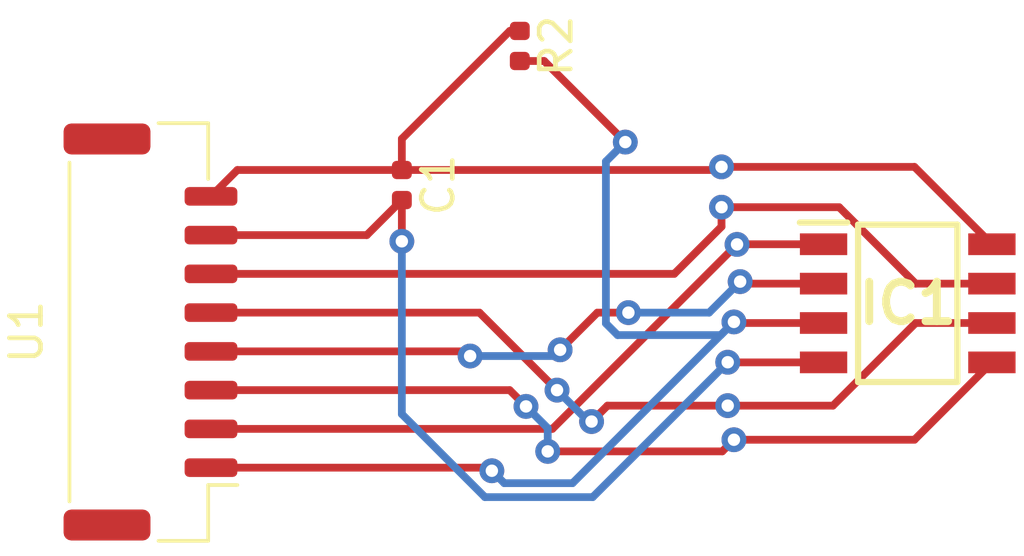
<source format=kicad_pcb>
(kicad_pcb (version 20171130) (host pcbnew 5.1.6-c6e7f7d~87~ubuntu18.04.1)

  (general
    (thickness 1.6)
    (drawings 0)
    (tracks 87)
    (zones 0)
    (modules 4)
    (nets 9)
  )

  (page A4)
  (layers
    (0 F.Cu signal)
    (31 B.Cu signal)
    (32 B.Adhes user)
    (33 F.Adhes user)
    (34 B.Paste user)
    (35 F.Paste user)
    (36 B.SilkS user)
    (37 F.SilkS user)
    (38 B.Mask user)
    (39 F.Mask user)
    (40 Dwgs.User user)
    (41 Cmts.User user)
    (42 Eco1.User user)
    (43 Eco2.User user)
    (44 Edge.Cuts user)
    (45 Margin user)
    (46 B.CrtYd user)
    (47 F.CrtYd user)
    (48 B.Fab user)
    (49 F.Fab user)
  )

  (setup
    (last_trace_width 0.25)
    (trace_clearance 0.2)
    (zone_clearance 0.508)
    (zone_45_only no)
    (trace_min 0.2)
    (via_size 0.8)
    (via_drill 0.4)
    (via_min_size 0.4)
    (via_min_drill 0.3)
    (uvia_size 0.3)
    (uvia_drill 0.1)
    (uvias_allowed no)
    (uvia_min_size 0.2)
    (uvia_min_drill 0.1)
    (edge_width 0.05)
    (segment_width 0.2)
    (pcb_text_width 0.3)
    (pcb_text_size 1.5 1.5)
    (mod_edge_width 0.12)
    (mod_text_size 1 1)
    (mod_text_width 0.15)
    (pad_size 1.524 1.524)
    (pad_drill 0.762)
    (pad_to_mask_clearance 0.05)
    (aux_axis_origin 0 0)
    (visible_elements FFFFFF7F)
    (pcbplotparams
      (layerselection 0x010fc_ffffffff)
      (usegerberextensions false)
      (usegerberattributes true)
      (usegerberadvancedattributes true)
      (creategerberjobfile true)
      (excludeedgelayer true)
      (linewidth 0.100000)
      (plotframeref false)
      (viasonmask false)
      (mode 1)
      (useauxorigin false)
      (hpglpennumber 1)
      (hpglpenspeed 20)
      (hpglpendiameter 15.000000)
      (psnegative false)
      (psa4output false)
      (plotreference true)
      (plotvalue true)
      (plotinvisibletext false)
      (padsonsilk false)
      (subtractmaskfromsilk false)
      (outputformat 1)
      (mirror false)
      (drillshape 1)
      (scaleselection 1)
      (outputdirectory ""))
  )

  (net 0 "")
  (net 1 /WP)
  (net 2 GND)
  (net 3 /CS)
  (net 4 /MISO)
  (net 5 /MOSI)
  (net 6 /SCK)
  (net 7 /NC)
  (net 8 +3V3)

  (net_class Default "This is the default net class."
    (clearance 0.2)
    (trace_width 0.25)
    (via_dia 0.8)
    (via_drill 0.4)
    (uvia_dia 0.3)
    (uvia_drill 0.1)
    (add_net +3V3)
    (add_net /CS)
    (add_net /MISO)
    (add_net /MOSI)
    (add_net /NC)
    (add_net /SCK)
    (add_net /WP)
    (add_net GND)
  )

  (module MyfootprintLib:C_0402_1005Metric (layer F.Cu) (tedit 5B301BBE) (tstamp 5F6152D5)
    (at 166.6 68.585 270)
    (descr "Capacitor SMD 0402 (1005 Metric), square (rectangular) end terminal, IPC_7351 nominal, (Body size source: http://www.tortai-tech.com/upload/download/2011102023233369053.pdf), generated with kicad-footprint-generator")
    (tags capacitor)
    (path /5F3073FB)
    (attr smd)
    (fp_text reference C1 (at 0 -1.17 90) (layer F.SilkS)
      (effects (font (size 1 1) (thickness 0.15)))
    )
    (fp_text value 10uF (at 0 1.17 90) (layer F.Fab)
      (effects (font (size 1 1) (thickness 0.15)))
    )
    (fp_line (start 0.93 0.47) (end -0.93 0.47) (layer F.CrtYd) (width 0.05))
    (fp_line (start 0.93 -0.47) (end 0.93 0.47) (layer F.CrtYd) (width 0.05))
    (fp_line (start -0.93 -0.47) (end 0.93 -0.47) (layer F.CrtYd) (width 0.05))
    (fp_line (start -0.93 0.47) (end -0.93 -0.47) (layer F.CrtYd) (width 0.05))
    (fp_line (start 0.5 0.25) (end -0.5 0.25) (layer F.Fab) (width 0.1))
    (fp_line (start 0.5 -0.25) (end 0.5 0.25) (layer F.Fab) (width 0.1))
    (fp_line (start -0.5 -0.25) (end 0.5 -0.25) (layer F.Fab) (width 0.1))
    (fp_line (start -0.5 0.25) (end -0.5 -0.25) (layer F.Fab) (width 0.1))
    (fp_text user %R (at 0 0 90) (layer F.Fab)
      (effects (font (size 0.25 0.25) (thickness 0.04)))
    )
    (pad 1 smd roundrect (at -0.485 0 270) (size 0.59 0.64) (layers F.Cu F.Paste F.Mask) (roundrect_rratio 0.25)
      (net 8 +3V3))
    (pad 2 smd roundrect (at 0.485 0 270) (size 0.59 0.64) (layers F.Cu F.Paste F.Mask) (roundrect_rratio 0.25)
      (net 2 GND))
    (model ${KISYS3DMOD}/Capacitor_SMD.3dshapes/C_0402_1005Metric.wrl
      (at (xyz 0 0 0))
      (scale (xyz 1 1 1))
      (rotate (xyz 0 0 0))
    )
  )

  (module MyfootprintLib:SOIC127P600X175-8N (layer F.Cu) (tedit 0) (tstamp 5F6152F0)
    (at 182.9 72.4)
    (descr FPT-8P-M02)
    (tags "Integrated Circuit")
    (path /5F6D97D2)
    (attr smd)
    (fp_text reference IC1 (at 0 0) (layer F.SilkS)
      (effects (font (size 1.27 1.27) (thickness 0.254)))
    )
    (fp_text value MB85RS64VPNF-G-JNERE1-MySymLib (at 0 0) (layer F.SilkS) hide
      (effects (font (size 1.27 1.27) (thickness 0.254)))
    )
    (fp_line (start -3.475 -2.605) (end -1.95 -2.605) (layer F.SilkS) (width 0.2))
    (fp_line (start -1.6 2.538) (end -1.6 -2.538) (layer F.SilkS) (width 0.2))
    (fp_line (start 1.6 2.538) (end -1.6 2.538) (layer F.SilkS) (width 0.2))
    (fp_line (start 1.6 -2.538) (end 1.6 2.538) (layer F.SilkS) (width 0.2))
    (fp_line (start -1.6 -2.538) (end 1.6 -2.538) (layer F.SilkS) (width 0.2))
    (fp_line (start -1.95 -1.268) (end -0.68 -2.538) (layer F.Fab) (width 0.1))
    (fp_line (start -1.95 2.538) (end -1.95 -2.538) (layer F.Fab) (width 0.1))
    (fp_line (start 1.95 2.538) (end -1.95 2.538) (layer F.Fab) (width 0.1))
    (fp_line (start 1.95 -2.538) (end 1.95 2.538) (layer F.Fab) (width 0.1))
    (fp_line (start -1.95 -2.538) (end 1.95 -2.538) (layer F.Fab) (width 0.1))
    (fp_line (start -3.725 2.9) (end -3.725 -2.9) (layer F.CrtYd) (width 0.05))
    (fp_line (start 3.725 2.9) (end -3.725 2.9) (layer F.CrtYd) (width 0.05))
    (fp_line (start 3.725 -2.9) (end 3.725 2.9) (layer F.CrtYd) (width 0.05))
    (fp_line (start -3.725 -2.9) (end 3.725 -2.9) (layer F.CrtYd) (width 0.05))
    (fp_text user %R (at 0 0) (layer F.Fab)
      (effects (font (size 1.27 1.27) (thickness 0.254)))
    )
    (pad 1 smd rect (at -2.712 -1.905 90) (size 0.7 1.525) (layers F.Cu F.Paste F.Mask)
      (net 3 /CS))
    (pad 2 smd rect (at -2.712 -0.635 90) (size 0.7 1.525) (layers F.Cu F.Paste F.Mask)
      (net 4 /MISO))
    (pad 3 smd rect (at -2.712 0.635 90) (size 0.7 1.525) (layers F.Cu F.Paste F.Mask)
      (net 1 /WP))
    (pad 4 smd rect (at -2.712 1.905 90) (size 0.7 1.525) (layers F.Cu F.Paste F.Mask)
      (net 2 GND))
    (pad 5 smd rect (at 2.712 1.905 90) (size 0.7 1.525) (layers F.Cu F.Paste F.Mask)
      (net 5 /MOSI))
    (pad 6 smd rect (at 2.712 0.635 90) (size 0.7 1.525) (layers F.Cu F.Paste F.Mask)
      (net 6 /SCK))
    (pad 7 smd rect (at 2.712 -0.635 90) (size 0.7 1.525) (layers F.Cu F.Paste F.Mask)
      (net 7 /NC))
    (pad 8 smd rect (at 2.712 -1.905 90) (size 0.7 1.525) (layers F.Cu F.Paste F.Mask)
      (net 8 +3V3))
    (model MB85RS64VPNF-G-JNERE1.stp
      (at (xyz 0 0 0))
      (scale (xyz 1 1 1))
      (rotate (xyz 0 0 0))
    )
  )

  (module MyfootprintLib:R_0402_1005Metric (layer F.Cu) (tedit 5B301BBD) (tstamp 5F6152FF)
    (at 170.4 64.1 270)
    (descr "Resistor SMD 0402 (1005 Metric), square (rectangular) end terminal, IPC_7351 nominal, (Body size source: http://www.tortai-tech.com/upload/download/2011102023233369053.pdf), generated with kicad-footprint-generator")
    (tags resistor)
    (path /5F259EFF)
    (attr smd)
    (fp_text reference R2 (at 0 -1.17 90) (layer F.SilkS)
      (effects (font (size 1 1) (thickness 0.15)))
    )
    (fp_text value 10k (at 0 1.17 90) (layer F.Fab)
      (effects (font (size 1 1) (thickness 0.15)))
    )
    (fp_line (start 0.93 0.47) (end -0.93 0.47) (layer F.CrtYd) (width 0.05))
    (fp_line (start 0.93 -0.47) (end 0.93 0.47) (layer F.CrtYd) (width 0.05))
    (fp_line (start -0.93 -0.47) (end 0.93 -0.47) (layer F.CrtYd) (width 0.05))
    (fp_line (start -0.93 0.47) (end -0.93 -0.47) (layer F.CrtYd) (width 0.05))
    (fp_line (start 0.5 0.25) (end -0.5 0.25) (layer F.Fab) (width 0.1))
    (fp_line (start 0.5 -0.25) (end 0.5 0.25) (layer F.Fab) (width 0.1))
    (fp_line (start -0.5 -0.25) (end 0.5 -0.25) (layer F.Fab) (width 0.1))
    (fp_line (start -0.5 0.25) (end -0.5 -0.25) (layer F.Fab) (width 0.1))
    (fp_text user %R (at 0 0 90) (layer F.Fab)
      (effects (font (size 0.25 0.25) (thickness 0.04)))
    )
    (pad 1 smd roundrect (at -0.485 0 270) (size 0.59 0.64) (layers F.Cu F.Paste F.Mask) (roundrect_rratio 0.25)
      (net 8 +3V3))
    (pad 2 smd roundrect (at 0.485 0 270) (size 0.59 0.64) (layers F.Cu F.Paste F.Mask) (roundrect_rratio 0.25)
      (net 1 /WP))
    (model ${KISYS3DMOD}/Resistor_SMD.3dshapes/R_0402_1005Metric.wrl
      (at (xyz 0 0 0))
      (scale (xyz 1 1 1))
      (rotate (xyz 0 0 0))
    )
  )

  (module MyfootprintLib:JST_GH_BM08B-GHS-TBT_1x08-1MP_P1.25mm_Vertical (layer F.Cu) (tedit 5B78AD87) (tstamp 5F61533E)
    (at 158.5 73.325001 90)
    (descr "JST GH series connector, BM08B-GHS-TBT (http://www.jst-mfg.com/product/pdf/eng/eGH.pdf), generated with kicad-footprint-generator")
    (tags "connector JST GH side entry")
    (path /5F6C8C8B)
    (attr smd)
    (fp_text reference U1 (at 0 -4 90) (layer F.SilkS)
      (effects (font (size 1 1) (thickness 0.15)))
    )
    (fp_text value Conn-1x8 (at 0 4 90) (layer F.Fab)
      (effects (font (size 1 1) (thickness 0.15)))
    )
    (fp_line (start -4.375 1.042893) (end -3.875 1.75) (layer F.Fab) (width 0.1))
    (fp_line (start -4.875 1.75) (end -4.375 1.042893) (layer F.Fab) (width 0.1))
    (fp_line (start 7.22 -3.3) (end -7.22 -3.3) (layer F.CrtYd) (width 0.05))
    (fp_line (start 7.22 3.3) (end 7.22 -3.3) (layer F.CrtYd) (width 0.05))
    (fp_line (start -7.22 3.3) (end 7.22 3.3) (layer F.CrtYd) (width 0.05))
    (fp_line (start -7.22 -3.3) (end -7.22 3.3) (layer F.CrtYd) (width 0.05))
    (fp_line (start 4.625 -0.5) (end 4.125 -0.5) (layer F.Fab) (width 0.1))
    (fp_line (start 4.625 0) (end 4.625 -0.5) (layer F.Fab) (width 0.1))
    (fp_line (start 4.125 0) (end 4.625 0) (layer F.Fab) (width 0.1))
    (fp_line (start 4.125 -0.5) (end 4.125 0) (layer F.Fab) (width 0.1))
    (fp_line (start 3.375 -0.5) (end 2.875 -0.5) (layer F.Fab) (width 0.1))
    (fp_line (start 3.375 0) (end 3.375 -0.5) (layer F.Fab) (width 0.1))
    (fp_line (start 2.875 0) (end 3.375 0) (layer F.Fab) (width 0.1))
    (fp_line (start 2.875 -0.5) (end 2.875 0) (layer F.Fab) (width 0.1))
    (fp_line (start 2.125 -0.5) (end 1.625 -0.5) (layer F.Fab) (width 0.1))
    (fp_line (start 2.125 0) (end 2.125 -0.5) (layer F.Fab) (width 0.1))
    (fp_line (start 1.625 0) (end 2.125 0) (layer F.Fab) (width 0.1))
    (fp_line (start 1.625 -0.5) (end 1.625 0) (layer F.Fab) (width 0.1))
    (fp_line (start 0.875 -0.5) (end 0.375 -0.5) (layer F.Fab) (width 0.1))
    (fp_line (start 0.875 0) (end 0.875 -0.5) (layer F.Fab) (width 0.1))
    (fp_line (start 0.375 0) (end 0.875 0) (layer F.Fab) (width 0.1))
    (fp_line (start 0.375 -0.5) (end 0.375 0) (layer F.Fab) (width 0.1))
    (fp_line (start -0.375 -0.5) (end -0.875 -0.5) (layer F.Fab) (width 0.1))
    (fp_line (start -0.375 0) (end -0.375 -0.5) (layer F.Fab) (width 0.1))
    (fp_line (start -0.875 0) (end -0.375 0) (layer F.Fab) (width 0.1))
    (fp_line (start -0.875 -0.5) (end -0.875 0) (layer F.Fab) (width 0.1))
    (fp_line (start -1.625 -0.5) (end -2.125 -0.5) (layer F.Fab) (width 0.1))
    (fp_line (start -1.625 0) (end -1.625 -0.5) (layer F.Fab) (width 0.1))
    (fp_line (start -2.125 0) (end -1.625 0) (layer F.Fab) (width 0.1))
    (fp_line (start -2.125 -0.5) (end -2.125 0) (layer F.Fab) (width 0.1))
    (fp_line (start -2.875 -0.5) (end -3.375 -0.5) (layer F.Fab) (width 0.1))
    (fp_line (start -2.875 0) (end -2.875 -0.5) (layer F.Fab) (width 0.1))
    (fp_line (start -3.375 0) (end -2.875 0) (layer F.Fab) (width 0.1))
    (fp_line (start -3.375 -0.5) (end -3.375 0) (layer F.Fab) (width 0.1))
    (fp_line (start -4.125 -0.5) (end -4.625 -0.5) (layer F.Fab) (width 0.1))
    (fp_line (start -4.125 0) (end -4.125 -0.5) (layer F.Fab) (width 0.1))
    (fp_line (start -4.625 0) (end -4.125 0) (layer F.Fab) (width 0.1))
    (fp_line (start -4.625 -0.5) (end -4.625 0) (layer F.Fab) (width 0.1))
    (fp_line (start 6.625 1.75) (end 6.625 -2.5) (layer F.Fab) (width 0.1))
    (fp_line (start -6.625 1.75) (end -6.625 -2.5) (layer F.Fab) (width 0.1))
    (fp_line (start -6.625 -2.5) (end 6.625 -2.5) (layer F.Fab) (width 0.1))
    (fp_line (start -5.465 -2.61) (end 5.465 -2.61) (layer F.SilkS) (width 0.12))
    (fp_line (start 6.735 1.86) (end 4.935 1.86) (layer F.SilkS) (width 0.12))
    (fp_line (start 6.735 0.26) (end 6.735 1.86) (layer F.SilkS) (width 0.12))
    (fp_line (start -4.935 1.86) (end -4.935 2.8) (layer F.SilkS) (width 0.12))
    (fp_line (start -6.735 1.86) (end -4.935 1.86) (layer F.SilkS) (width 0.12))
    (fp_line (start -6.735 0.26) (end -6.735 1.86) (layer F.SilkS) (width 0.12))
    (fp_line (start -6.625 1.75) (end 6.625 1.75) (layer F.Fab) (width 0.1))
    (fp_text user %R (at 0 -1.5 90) (layer F.Fab)
      (effects (font (size 1 1) (thickness 0.15)))
    )
    (pad 1 smd roundrect (at -4.375 1.95 90) (size 0.6 1.7) (layers F.Cu F.Paste F.Mask) (roundrect_rratio 0.25)
      (net 1 /WP))
    (pad 2 smd roundrect (at -3.125 1.95 90) (size 0.6 1.7) (layers F.Cu F.Paste F.Mask) (roundrect_rratio 0.25)
      (net 3 /CS))
    (pad 3 smd roundrect (at -1.875 1.95 90) (size 0.6 1.7) (layers F.Cu F.Paste F.Mask) (roundrect_rratio 0.25)
      (net 5 /MOSI))
    (pad 4 smd roundrect (at -0.625 1.95 90) (size 0.6 1.7) (layers F.Cu F.Paste F.Mask) (roundrect_rratio 0.25)
      (net 4 /MISO))
    (pad 5 smd roundrect (at 0.625 1.95 90) (size 0.6 1.7) (layers F.Cu F.Paste F.Mask) (roundrect_rratio 0.25)
      (net 6 /SCK))
    (pad 6 smd roundrect (at 1.875 1.95 90) (size 0.6 1.7) (layers F.Cu F.Paste F.Mask) (roundrect_rratio 0.25)
      (net 7 /NC))
    (pad 7 smd roundrect (at 3.125 1.95 90) (size 0.6 1.7) (layers F.Cu F.Paste F.Mask) (roundrect_rratio 0.25)
      (net 2 GND))
    (pad 8 smd roundrect (at 4.375 1.95 90) (size 0.6 1.7) (layers F.Cu F.Paste F.Mask) (roundrect_rratio 0.25)
      (net 8 +3V3))
    (pad MP smd roundrect (at -6.225 -1.4 90) (size 1 2.8) (layers F.Cu F.Paste F.Mask) (roundrect_rratio 0.25))
    (pad MP smd roundrect (at 6.225 -1.4 90) (size 1 2.8) (layers F.Cu F.Paste F.Mask) (roundrect_rratio 0.25))
    (model ${KISYS3DMOD}/Connector_JST.3dshapes/JST_GH_BM08B-GHS-TBT_1x08-1MP_P1.25mm_Vertical.wrl
      (at (xyz 0 0 0))
      (scale (xyz 1 1 1))
      (rotate (xyz 0 0 0))
    )
  )

  (via (at 177.3 73) (size 0.8) (drill 0.4) (layers F.Cu B.Cu) (net 1))
  (segment (start 180.188 73.035) (end 177.335 73.035) (width 0.25) (layer F.Cu) (net 1))
  (segment (start 177.335 73.035) (end 177.3 73) (width 0.25) (layer F.Cu) (net 1))
  (via (at 169.5 77.8) (size 0.8) (drill 0.4) (layers F.Cu B.Cu) (net 1))
  (segment (start 160.45 77.700001) (end 169.400001 77.700001) (width 0.25) (layer F.Cu) (net 1))
  (segment (start 169.400001 77.700001) (end 169.5 77.8) (width 0.25) (layer F.Cu) (net 1))
  (segment (start 172.100001 78.199999) (end 177.3 73) (width 0.25) (layer B.Cu) (net 1))
  (segment (start 169.899999 78.199999) (end 172.100001 78.199999) (width 0.25) (layer B.Cu) (net 1))
  (segment (start 169.5 77.8) (end 169.899999 78.199999) (width 0.25) (layer B.Cu) (net 1))
  (via (at 173.8 67.2) (size 0.8) (drill 0.4) (layers F.Cu B.Cu) (net 1))
  (segment (start 170.4 64.585) (end 171.185 64.585) (width 0.25) (layer F.Cu) (net 1))
  (segment (start 171.185 64.585) (end 173.8 67.2) (width 0.25) (layer F.Cu) (net 1))
  (segment (start 173.174999 73.048001) (end 173.551999 73.425001) (width 0.25) (layer B.Cu) (net 1))
  (segment (start 176.874999 73.425001) (end 177.3 73) (width 0.25) (layer B.Cu) (net 1))
  (segment (start 173.551999 73.425001) (end 176.874999 73.425001) (width 0.25) (layer B.Cu) (net 1))
  (segment (start 173.174999 67.825001) (end 173.174999 73.048001) (width 0.25) (layer B.Cu) (net 1))
  (segment (start 173.8 67.2) (end 173.174999 67.825001) (width 0.25) (layer B.Cu) (net 1))
  (segment (start 180.188 74.305) (end 177.105 74.305) (width 0.25) (layer F.Cu) (net 2))
  (via (at 177.1 74.3) (size 0.8) (drill 0.4) (layers F.Cu B.Cu) (net 2))
  (segment (start 177.105 74.305) (end 177.1 74.3) (width 0.25) (layer F.Cu) (net 2))
  (segment (start 165.469999 70.200001) (end 166.6 69.07) (width 0.25) (layer F.Cu) (net 2))
  (segment (start 160.45 70.200001) (end 165.469999 70.200001) (width 0.25) (layer F.Cu) (net 2))
  (via (at 166.6 70.4) (size 0.8) (drill 0.4) (layers F.Cu B.Cu) (net 2))
  (segment (start 166.6 69.07) (end 166.6 70.4) (width 0.25) (layer F.Cu) (net 2))
  (segment (start 172.749991 78.650009) (end 177.1 74.3) (width 0.25) (layer B.Cu) (net 2))
  (segment (start 169.277007 78.650009) (end 172.749991 78.650009) (width 0.25) (layer B.Cu) (net 2))
  (segment (start 166.6 75.973002) (end 169.277007 78.650009) (width 0.25) (layer B.Cu) (net 2))
  (segment (start 166.6 70.4) (end 166.6 75.973002) (width 0.25) (layer B.Cu) (net 2))
  (via (at 177.4 70.5) (size 0.8) (drill 0.4) (layers F.Cu B.Cu) (net 3))
  (segment (start 180.188 70.495) (end 177.405 70.495) (width 0.25) (layer F.Cu) (net 3))
  (segment (start 177.405 70.495) (end 177.4 70.5) (width 0.25) (layer F.Cu) (net 3))
  (segment (start 171.449999 76.450001) (end 160.45 76.450001) (width 0.25) (layer F.Cu) (net 3))
  (segment (start 177.4 70.5) (end 171.449999 76.450001) (width 0.25) (layer F.Cu) (net 3))
  (via (at 177.5 71.7) (size 0.8) (drill 0.4) (layers F.Cu B.Cu) (net 4))
  (segment (start 180.188 71.765) (end 177.565 71.765) (width 0.25) (layer F.Cu) (net 4))
  (segment (start 177.565 71.765) (end 177.5 71.7) (width 0.25) (layer F.Cu) (net 4))
  (via (at 168.8 74.1) (size 0.8) (drill 0.4) (layers F.Cu B.Cu) (net 4))
  (segment (start 160.45 73.950001) (end 168.650001 73.950001) (width 0.25) (layer F.Cu) (net 4))
  (segment (start 168.650001 73.950001) (end 168.8 74.1) (width 0.25) (layer F.Cu) (net 4))
  (segment (start 168.8 74.1) (end 171.5 74.1) (width 0.25) (layer B.Cu) (net 4))
  (via (at 171.7 73.9) (size 0.8) (drill 0.4) (layers F.Cu B.Cu) (net 4))
  (segment (start 171.5 74.1) (end 171.7 73.9) (width 0.25) (layer B.Cu) (net 4))
  (via (at 173.9 72.7) (size 0.8) (drill 0.4) (layers F.Cu B.Cu) (net 4))
  (segment (start 171.7 73.9) (end 172.9 72.7) (width 0.25) (layer F.Cu) (net 4))
  (segment (start 172.9 72.7) (end 173.9 72.7) (width 0.25) (layer F.Cu) (net 4))
  (segment (start 176.5 72.7) (end 177.5 71.7) (width 0.25) (layer B.Cu) (net 4))
  (segment (start 173.9 72.7) (end 176.5 72.7) (width 0.25) (layer B.Cu) (net 4))
  (via (at 177.3 76.8) (size 0.8) (drill 0.4) (layers F.Cu B.Cu) (net 5))
  (segment (start 185.612 74.305) (end 183.117 76.8) (width 0.25) (layer F.Cu) (net 5))
  (segment (start 183.117 76.8) (end 177.3 76.8) (width 0.25) (layer F.Cu) (net 5))
  (via (at 171.3 77.175001) (size 0.8) (drill 0.4) (layers F.Cu B.Cu) (net 5))
  (segment (start 177.3 76.8) (end 176.924999 77.175001) (width 0.25) (layer F.Cu) (net 5))
  (segment (start 176.924999 77.175001) (end 171.3 77.175001) (width 0.25) (layer F.Cu) (net 5))
  (via (at 170.6 75.725001) (size 0.8) (drill 0.4) (layers F.Cu B.Cu) (net 5))
  (segment (start 171.3 77.175001) (end 171.3 76.425001) (width 0.25) (layer B.Cu) (net 5))
  (segment (start 171.3 76.425001) (end 170.6 75.725001) (width 0.25) (layer B.Cu) (net 5))
  (segment (start 170.075 75.200001) (end 160.45 75.200001) (width 0.25) (layer F.Cu) (net 5))
  (segment (start 170.6 75.725001) (end 170.075 75.200001) (width 0.25) (layer F.Cu) (net 5))
  (via (at 177.1 75.7) (size 0.8) (drill 0.4) (layers F.Cu B.Cu) (net 6))
  (segment (start 180.490502 75.7) (end 177.1 75.7) (width 0.25) (layer F.Cu) (net 6))
  (segment (start 185.612 73.035) (end 183.155502 73.035) (width 0.25) (layer F.Cu) (net 6))
  (segment (start 183.155502 73.035) (end 180.490502 75.7) (width 0.25) (layer F.Cu) (net 6))
  (via (at 172.712653 76.212653) (size 0.8) (drill 0.4) (layers F.Cu B.Cu) (net 6))
  (segment (start 177.1 75.7) (end 173.225306 75.7) (width 0.25) (layer F.Cu) (net 6))
  (segment (start 173.225306 75.7) (end 172.712653 76.212653) (width 0.25) (layer F.Cu) (net 6))
  (segment (start 172.712653 76.212653) (end 172.612653 76.212653) (width 0.25) (layer B.Cu) (net 6))
  (via (at 171.6 75.2) (size 0.8) (drill 0.4) (layers F.Cu B.Cu) (net 6))
  (segment (start 172.612653 76.212653) (end 171.6 75.2) (width 0.25) (layer B.Cu) (net 6))
  (segment (start 169.100001 72.700001) (end 160.45 72.700001) (width 0.25) (layer F.Cu) (net 6))
  (segment (start 171.6 75.2) (end 169.100001 72.700001) (width 0.25) (layer F.Cu) (net 6))
  (via (at 176.9 69.3) (size 0.8) (drill 0.4) (layers F.Cu B.Cu) (net 7))
  (segment (start 180.690502 69.3) (end 176.9 69.3) (width 0.25) (layer F.Cu) (net 7))
  (segment (start 185.612 71.765) (end 183.155502 71.765) (width 0.25) (layer F.Cu) (net 7))
  (segment (start 183.155502 71.765) (end 180.690502 69.3) (width 0.25) (layer F.Cu) (net 7))
  (segment (start 176.9 69.926998) (end 176.9 69.3) (width 0.25) (layer F.Cu) (net 7))
  (segment (start 175.376997 71.450001) (end 176.9 69.926998) (width 0.25) (layer F.Cu) (net 7))
  (segment (start 160.45 71.450001) (end 175.376997 71.450001) (width 0.25) (layer F.Cu) (net 7))
  (via (at 176.9 68) (size 0.8) (drill 0.4) (layers F.Cu B.Cu) (net 8))
  (segment (start 185.612 70.495) (end 183.117 68) (width 0.25) (layer F.Cu) (net 8))
  (segment (start 183.117 68) (end 176.9 68) (width 0.25) (layer F.Cu) (net 8))
  (segment (start 161.300001 68.1) (end 166.6 68.1) (width 0.25) (layer F.Cu) (net 8))
  (segment (start 160.45 68.950001) (end 161.300001 68.1) (width 0.25) (layer F.Cu) (net 8))
  (segment (start 176.8 68.1) (end 176.9 68) (width 0.25) (layer F.Cu) (net 8))
  (segment (start 166.6 68.1) (end 176.8 68.1) (width 0.25) (layer F.Cu) (net 8))
  (segment (start 170.08 63.615) (end 170.4 63.615) (width 0.25) (layer F.Cu) (net 8))
  (segment (start 166.6 67.095) (end 170.08 63.615) (width 0.25) (layer F.Cu) (net 8))
  (segment (start 166.6 68.1) (end 166.6 67.095) (width 0.25) (layer F.Cu) (net 8))

)

</source>
